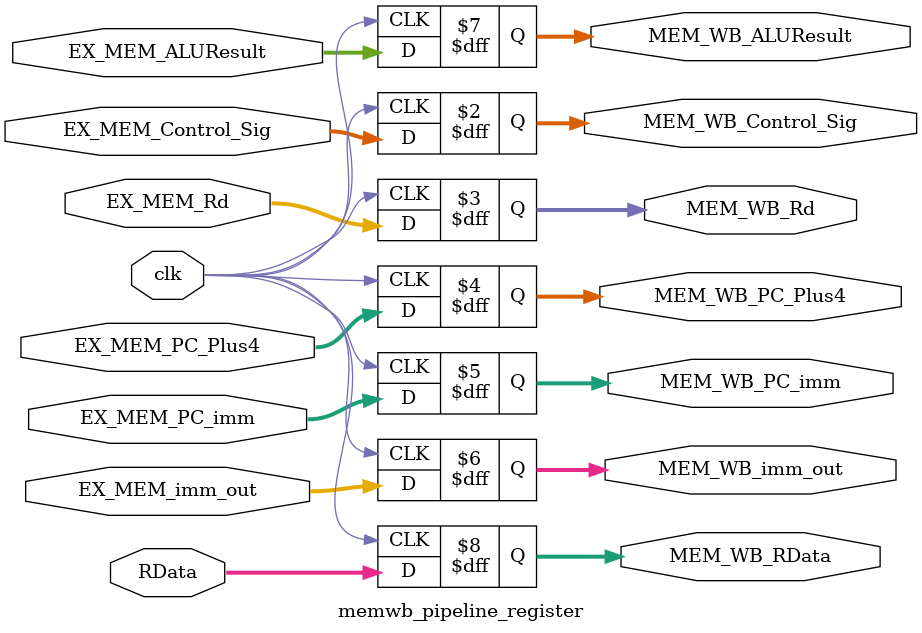
<source format=v>
/*
기존 코드 대비 변경한 것: 

- 신호 이름 변경함. 파이프라인 내 요소는 IF_ID_instOut 형태로, 다른 모듈의 출력은 접두어 없이
- top module 내용은 빼고 module 내용물만 기술하였음
- Control 신호는 하나로 뭉쳐 놓음: 회의 때 얘기해봅시다.

앞으로 할 일:

- 테스트벤치 만들어서 시뮬레이션
- 기능 추가될 때마다 꼼꼼히 유지보수
*/

//IFID PIPELINE REGISTER
module ifid_pipeline_register (
    input clk,
    input IF_ID_Stall,
    input [31:0] instOut,  // inst mem의 출력
    input [31:0] PC,
    output reg [31:0] IF_ID_instOut,  // ID 단계의 inst
    output reg [31:0] IF_ID_PC
);
    
    always @(posedge clk) begin
        if(!IF_ID_Stall) begin
            IF_ID_instOut <= instOut;
            IF_ID_PC <= PC;
        end
        else begin
            // Stall 발생 시 동작
        end
    end
endmodule

//IDEX PIPELINE REGISTER
module idex_pipeline_register #(
    parameter Control_Width = 11
    )(    
    input clk,
    input [Control_Width-1:0] Control_Sig,
    input Control_Sig_Stall,
    input [4:0] IF_ID_Rs1, IF_ID_Rs2, IF_ID_Rd,
    input [2:0] IF_ID_funct3,
    input [31:0] RData1, RData2,
    input [31:0] imm32,  // sign extend의 output
    input [31:0] PC_Plus4, PC_imm, imm_out,

    output reg [Control_Width-1:0] ID_EX_Control_Sig,
    output reg [4:0] ID_EX_Rs1, ID_EX_Rs2, ID_EX_Rd,
    output reg [2:0] ID_EX_funct3,
    output reg [31:0] ID_EX_RData1, ID_EX_RData2,
    output reg [31:0] ID_EX_imm32,
    output reg [31:0] ID_EX_PC_Plus4, ID_EX_PC_imm, ID_EX_imm_out,
);
        
    always @(posedge clk) begin
        if(!Control_Sig_Stall) begin
            ID_EX_Control_Sig <= Control_Sig;
            ID_EX_Rs1 <= IF_ID_Rs1;
            ID_EX_Rs2 <= IF_ID_Rs2;
            ID_EX_Rd <= IF_ID_Rd;
            ID_EX_funct3 <= IF_ID_funct3;
            ID_EX_imm32 <= imm32;
            ID_EX_PC_Plus4 <= PC_Plus4;
            ID_EX_PC_imm <= PC_imm;
            ID_EX_imm_out <= imm_out;
        end
        else begin
            // Stall 발생 시 동작
        end
        
    end 
endmodule

//EXMEM PIPELINE REGISTER
module exmem_pipeline_register (
    input clk,
    input [Control_Width-1:0] ID_EX_Control_Sig,
    input [4:0] ID_EX_Rd, // inst decode해서 나온 dest reg가 넘어온 것
    input [31:0] ALUResult,  // ALU output
    input [31:0] ID_EX_RData2,  // regfile의 output 중 2가 넘어온 것
    input [31:0] ID_EX_PC_Plus4, ID_EX_PC_imm, ID_EX_imm_out, // Branch unit에서 넘어온 것
    output reg [Control_Width-1:0] EX_MEM_Control_Sig,
    output reg [4:0] EX_MEM_Rd,
    output reg [31:0] EX_MEM_ALUResult,
    output reg [31:0] EX_MEM_RData2,
    output reg [31:0] EX_MEM_PC_Plus4, EX_MEM_PC_imm, EX_MEM_imm_out
);
        
    always @(posedge clk) begin
        EX_MEM_Control_Sig <= ID_EX_Control_Sig;
        EX_MEM_Rd <= ID_EX_Rd;
        EX_MEM_ALUResult <= ALUResult;
        EX_MEM_RData2 <= ID_EX_RData2;
        EX_MEM_PC_Plus4 <= ID_EX_PC_Plus4;
        EX_MEM_PC_imm <= ID_EX_PC_imm;
        EX_MEM_imm_out <= ID_EX_imm_out;
    end 
endmodule

//MEMWB PIPELINE REGISTER
module memwb_pipeline_register #(
    parameter Control_Width = 11
)(
    input clk,
    input [Control_Width-1:0] EX_MEM_Control_Sig,
    input [4:0] EX_MEM_Rd,  // inst decode해서 나온 dest reg가 넘어온 것
    input [31:0] EX_MEM_PC_Plus4, EX_MEM_PC_imm, EX_MEM_imm_out,
    input [31:0] EX_MEM_ALUResult,
    input [31:0] RData, // data memory에서 읽은 데이터
    output reg [Control_Width-1:0] MEM_WB_Control_Sig,
    output reg [4:0] MEM_WB_Rd,
    output reg [31:0] MEM_WB_PC_Plus4, MEM_WB_PC_imm, MEM_WB_imm_out,
    output reg [31:0] MEM_WB_ALUResult,
    output reg [31:0] MEM_WB_RData,
);
        
    always @(posedge clk) begin
        MEM_WB_Control_Sig <= EX_MEM_Control_Sig;
        MEM_WB_Rd <= EX_MEM_Rd;
        MEM_WB_PC_Plus4 <= EX_MEM_PC_Plus4;
        MEM_WB_PC_imm <= EX_MEM_PC_imm;
        MEM_WB_imm_out <= EX_MEM_imm_out;
        MEM_WB_ALUResult <= EX_MEM_ALUResult;
        MEM_WB_RData <= RData;
    end 
    
endmodule

</source>
